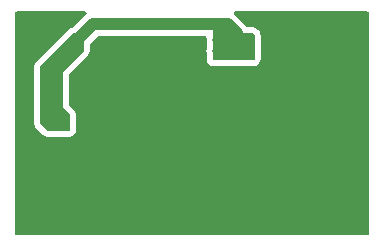
<source format=gbr>
G04 #@! TF.GenerationSoftware,KiCad,Pcbnew,7.0.5*
G04 #@! TF.CreationDate,2023-07-12T12:31:12+02:00*
G04 #@! TF.ProjectId,Tunnelling-Amp,54756e6e-656c-46c6-996e-672d416d702e,1.0*
G04 #@! TF.SameCoordinates,Original*
G04 #@! TF.FileFunction,Copper,L2,Bot*
G04 #@! TF.FilePolarity,Positive*
%FSLAX46Y46*%
G04 Gerber Fmt 4.6, Leading zero omitted, Abs format (unit mm)*
G04 Created by KiCad (PCBNEW 7.0.5) date 2023-07-12 12:31:12*
%MOMM*%
%LPD*%
G01*
G04 APERTURE LIST*
G04 #@! TA.AperFunction,ViaPad*
%ADD10C,0.800000*%
G04 #@! TD*
G04 #@! TA.AperFunction,ViaPad*
%ADD11C,0.600000*%
G04 #@! TD*
G04 #@! TA.AperFunction,Conductor*
%ADD12C,1.000000*%
G04 #@! TD*
G04 #@! TA.AperFunction,Conductor*
%ADD13C,0.600000*%
G04 #@! TD*
G04 APERTURE END LIST*
D10*
X112527000Y-124099000D03*
X112527000Y-125242000D03*
X115321000Y-125242000D03*
X115321000Y-124099000D03*
X109225000Y-123845000D03*
D11*
X123322000Y-122385503D03*
D10*
X108336000Y-122956000D03*
X117099000Y-124099000D03*
D11*
X107574000Y-134259000D03*
X120655000Y-121686000D03*
D10*
X109225000Y-124734000D03*
D11*
X109606000Y-134259000D03*
D10*
X117099000Y-125242000D03*
D11*
X102621000Y-129560000D03*
D10*
X119893000Y-124099000D03*
D11*
X107574000Y-132481000D03*
X124084000Y-121051000D03*
D10*
X108717000Y-122194000D03*
X98430000Y-129687000D03*
D11*
X123322000Y-121686000D03*
D10*
X99319000Y-129687000D03*
D11*
X123322000Y-123083000D03*
X123322000Y-121051000D03*
D10*
X119893000Y-125242000D03*
X108375497Y-123845000D03*
D11*
X109606000Y-132481000D03*
D10*
X109225000Y-122956000D03*
D11*
X120655000Y-121051000D03*
D10*
X115321000Y-119527000D03*
X115321000Y-118511000D03*
X99573000Y-125750000D03*
X98684000Y-125750000D03*
X112527000Y-119527000D03*
X112552400Y-118536400D03*
D12*
X113416000Y-117241000D02*
X114178000Y-118003000D01*
D13*
X114178000Y-119273000D02*
X114432000Y-119273000D01*
X114178000Y-118003000D02*
X114178000Y-119273000D01*
D12*
X100716000Y-118511000D02*
X101986000Y-117241000D01*
X101986000Y-117241000D02*
X113416000Y-117241000D01*
G04 #@! TA.AperFunction,Conductor*
G36*
X113760551Y-117387685D02*
G01*
X113806306Y-117440489D01*
X113815512Y-117469818D01*
X114051000Y-118765000D01*
X112146000Y-118892000D01*
X112146000Y-117491999D01*
X112165685Y-117424961D01*
X112218489Y-117379206D01*
X112270000Y-117368000D01*
X113693512Y-117368000D01*
X113760551Y-117387685D01*
G37*
G04 #@! TD.AperFunction*
G04 #@! TA.AperFunction,Conductor*
G36*
X115645039Y-118022685D02*
G01*
X115690794Y-118075489D01*
X115702000Y-118127000D01*
X115702000Y-120165000D01*
X115682315Y-120232039D01*
X115629511Y-120277794D01*
X115578000Y-120289000D01*
X112270000Y-120289000D01*
X112202961Y-120269315D01*
X112157206Y-120216511D01*
X112146000Y-120165000D01*
X112146000Y-118892000D01*
X114051000Y-118765000D01*
X113912455Y-118003000D01*
X115578000Y-118003000D01*
X115645039Y-118022685D01*
G37*
G04 #@! TD.AperFunction*
G04 #@! TA.AperFunction,Conductor*
G36*
X101167039Y-118022685D02*
G01*
X101212794Y-118075489D01*
X101224000Y-118127000D01*
X101224000Y-119475638D01*
X101204315Y-119542677D01*
X101187681Y-119563319D01*
X99446000Y-121304999D01*
X99446000Y-124226000D01*
X100044681Y-124824681D01*
X100078166Y-124886004D01*
X100081000Y-124912362D01*
X100081000Y-126134000D01*
X100061315Y-126201039D01*
X100008511Y-126246794D01*
X99957000Y-126258000D01*
X98227362Y-126258000D01*
X98160323Y-126238315D01*
X98139681Y-126221681D01*
X97577319Y-125659319D01*
X97543834Y-125597996D01*
X97541000Y-125571638D01*
X97541000Y-120848362D01*
X97560685Y-120781323D01*
X97577319Y-120760681D01*
X100298681Y-118039319D01*
X100360004Y-118005834D01*
X100386362Y-118003000D01*
X101100000Y-118003000D01*
X101167039Y-118022685D01*
G37*
G04 #@! TD.AperFunction*
G04 #@! TA.AperFunction,Conductor*
G36*
X101406334Y-116160462D02*
G01*
X101460872Y-116215000D01*
X101480834Y-116289500D01*
X101460872Y-116364000D01*
X101416956Y-116411791D01*
X101411501Y-116415587D01*
X101386036Y-116437448D01*
X101378501Y-116443130D01*
X101350486Y-116461593D01*
X101350479Y-116461599D01*
X101307439Y-116504638D01*
X101303289Y-116508484D01*
X101257106Y-116548133D01*
X101257098Y-116548141D01*
X101236564Y-116574669D01*
X101230326Y-116581751D01*
X100343431Y-117468647D01*
X100276636Y-117507211D01*
X100261910Y-117510369D01*
X100252557Y-117511884D01*
X100117747Y-117562166D01*
X100117744Y-117562167D01*
X100056424Y-117595650D01*
X100056416Y-117595655D01*
X99941241Y-117681874D01*
X99941236Y-117681879D01*
X97210303Y-120412811D01*
X97192203Y-120432961D01*
X97167078Y-120464140D01*
X97135433Y-120508026D01*
X97075661Y-120638905D01*
X97075659Y-120638911D01*
X97055979Y-120705931D01*
X97055973Y-120705955D01*
X97035501Y-120848347D01*
X97035500Y-120848360D01*
X97035500Y-120848362D01*
X97035500Y-125585177D01*
X97036097Y-125596325D01*
X97036948Y-125612213D01*
X97041228Y-125652017D01*
X97041230Y-125652034D01*
X97041231Y-125652036D01*
X97049886Y-125705448D01*
X97093374Y-125822044D01*
X97100166Y-125840252D01*
X97100167Y-125840255D01*
X97133650Y-125901575D01*
X97133655Y-125901583D01*
X97219874Y-126016758D01*
X97219879Y-126016763D01*
X97791811Y-126588696D01*
X97811961Y-126606796D01*
X97843141Y-126631921D01*
X97843140Y-126631921D01*
X97856596Y-126641624D01*
X97887026Y-126663567D01*
X98017903Y-126723338D01*
X98058312Y-126735203D01*
X98084931Y-126743020D01*
X98084936Y-126743021D01*
X98084942Y-126743023D01*
X98084946Y-126743024D01*
X98084948Y-126743024D01*
X98084955Y-126743026D01*
X98227347Y-126763498D01*
X98227351Y-126763498D01*
X98227362Y-126763500D01*
X98227366Y-126763500D01*
X99956994Y-126763500D01*
X99957000Y-126763500D01*
X100000483Y-126758824D01*
X100064452Y-126751948D01*
X100064456Y-126751947D01*
X100115967Y-126740741D01*
X100218504Y-126706613D01*
X100339543Y-126628825D01*
X100392347Y-126583070D01*
X100486567Y-126474336D01*
X100546338Y-126343459D01*
X100566023Y-126276420D01*
X100566024Y-126276416D01*
X100566024Y-126276411D01*
X100566026Y-126276406D01*
X100586498Y-126134014D01*
X100586500Y-126133996D01*
X100586500Y-124898833D01*
X100586500Y-124898823D01*
X100585051Y-124871784D01*
X100580769Y-124831964D01*
X100572114Y-124778552D01*
X100521832Y-124643743D01*
X100488347Y-124582420D01*
X100487391Y-124581143D01*
X100402125Y-124467241D01*
X99995141Y-124060257D01*
X99956577Y-123993462D01*
X99951500Y-123954898D01*
X99951500Y-121576098D01*
X99971461Y-121501602D01*
X99995136Y-121470747D01*
X101554697Y-119911188D01*
X101572792Y-119891043D01*
X101597922Y-119859858D01*
X101629567Y-119815974D01*
X101689338Y-119685097D01*
X101709023Y-119618058D01*
X101709024Y-119618054D01*
X101709024Y-119618049D01*
X101709026Y-119618044D01*
X101729498Y-119475652D01*
X101729498Y-119475651D01*
X101729500Y-119475638D01*
X101729500Y-118974138D01*
X101749462Y-118899638D01*
X101773141Y-118868779D01*
X102356779Y-118285141D01*
X102423574Y-118246577D01*
X102462138Y-118241500D01*
X111491500Y-118241500D01*
X111566000Y-118261462D01*
X111620538Y-118316000D01*
X111640500Y-118390500D01*
X111640500Y-119342694D01*
X111640092Y-119350483D01*
X111621540Y-119527000D01*
X111638156Y-119685097D01*
X111640092Y-119703512D01*
X111640500Y-119711304D01*
X111640500Y-120164994D01*
X111640501Y-120165015D01*
X111652051Y-120272452D01*
X111652052Y-120272456D01*
X111663258Y-120323963D01*
X111697387Y-120426505D01*
X111775175Y-120547543D01*
X111820929Y-120600346D01*
X111820931Y-120600348D01*
X111929665Y-120694568D01*
X111990270Y-120722245D01*
X112060541Y-120754338D01*
X112100950Y-120766203D01*
X112127569Y-120774020D01*
X112127574Y-120774021D01*
X112127580Y-120774023D01*
X112127584Y-120774024D01*
X112127586Y-120774024D01*
X112127593Y-120774026D01*
X112269985Y-120794498D01*
X112269989Y-120794498D01*
X112270000Y-120794500D01*
X112270004Y-120794500D01*
X115577994Y-120794500D01*
X115578000Y-120794500D01*
X115621483Y-120789824D01*
X115685452Y-120782948D01*
X115685456Y-120782947D01*
X115736967Y-120771741D01*
X115839504Y-120737613D01*
X115960543Y-120659825D01*
X116013347Y-120614070D01*
X116107567Y-120505336D01*
X116167338Y-120374459D01*
X116187023Y-120307420D01*
X116187024Y-120307416D01*
X116187024Y-120307411D01*
X116187026Y-120307406D01*
X116207498Y-120165014D01*
X116207498Y-120165013D01*
X116207500Y-120165000D01*
X116207500Y-119711304D01*
X116207908Y-119703512D01*
X116226460Y-119527000D01*
X116207907Y-119350483D01*
X116207500Y-119342694D01*
X116207500Y-118695304D01*
X116207908Y-118687512D01*
X116226460Y-118511000D01*
X116207907Y-118334483D01*
X116207500Y-118326694D01*
X116207500Y-118127005D01*
X116207498Y-118126984D01*
X116195948Y-118019547D01*
X116195947Y-118019543D01*
X116193145Y-118006666D01*
X116184741Y-117968033D01*
X116150613Y-117865496D01*
X116072825Y-117744457D01*
X116027070Y-117691653D01*
X116015791Y-117681879D01*
X115918334Y-117597431D01*
X115787461Y-117537663D01*
X115787459Y-117537662D01*
X115787455Y-117537660D01*
X115787450Y-117537659D01*
X115720430Y-117517979D01*
X115720406Y-117517973D01*
X115578014Y-117497501D01*
X115578002Y-117497500D01*
X115578000Y-117497500D01*
X115577996Y-117497500D01*
X115123341Y-117497500D01*
X115048841Y-117477538D01*
X114998931Y-117430494D01*
X114957403Y-117367484D01*
X114957402Y-117367482D01*
X114133112Y-116543192D01*
X114131794Y-116541840D01*
X114071060Y-116477948D01*
X114021098Y-116443173D01*
X114016576Y-116439763D01*
X113973914Y-116404977D01*
X113928791Y-116342426D01*
X113920988Y-116265693D01*
X113952597Y-116195340D01*
X114015148Y-116150217D01*
X114068074Y-116140500D01*
X125225500Y-116140500D01*
X125300000Y-116160462D01*
X125354538Y-116215000D01*
X125374500Y-116289500D01*
X125374500Y-134940500D01*
X125354538Y-135015000D01*
X125300000Y-135069538D01*
X125225500Y-135089500D01*
X95574500Y-135089500D01*
X95500000Y-135069538D01*
X95445462Y-135015000D01*
X95425500Y-134940500D01*
X95425500Y-116289500D01*
X95445462Y-116215000D01*
X95500000Y-116160462D01*
X95574500Y-116140500D01*
X101331834Y-116140500D01*
X101406334Y-116160462D01*
G37*
G04 #@! TD.AperFunction*
M02*

</source>
